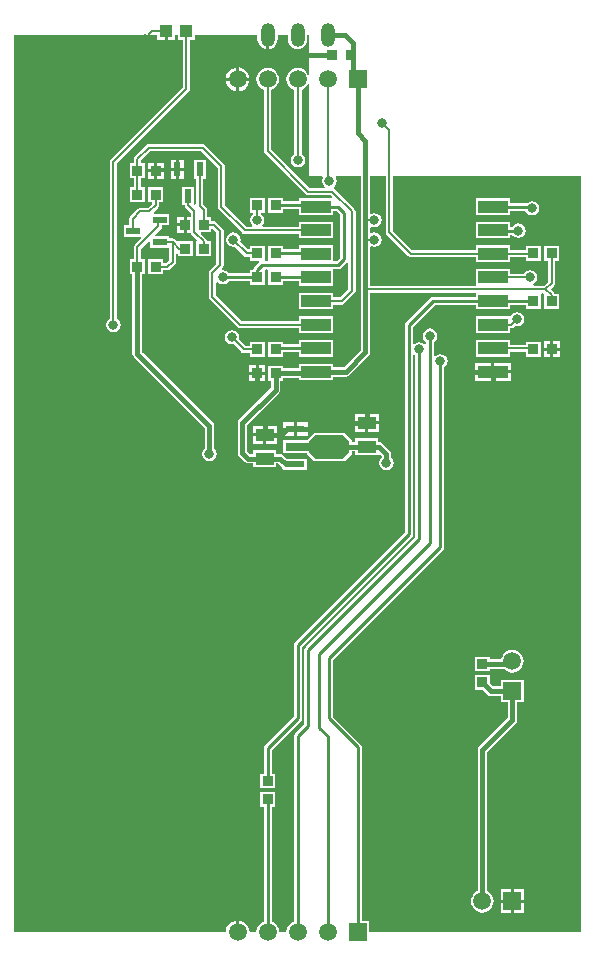
<source format=gtl>
G04 Layer_Physical_Order=1*
G04 Layer_Color=11767835*
%FSAX44Y44*%
%MOMM*%
G71*
G01*
G75*
%ADD10R,0.8500X0.8500*%
%ADD11R,1.1500X0.6000*%
%ADD12R,0.6000X1.1500*%
%ADD13R,2.5000X1.0000*%
%ADD14R,0.8500X0.8500*%
%ADD15R,1.0000X1.0000*%
%ADD16R,1.5240X1.0160*%
G04:AMPARAMS|DCode=17|XSize=2mm|YSize=3.4mm|CornerRadius=0mm|HoleSize=0mm|Usage=FLASHONLY|Rotation=90.000|XOffset=0mm|YOffset=0mm|HoleType=Round|Shape=Octagon|*
%AMOCTAGOND17*
4,1,8,-1.7000,-0.5000,-1.7000,0.5000,-1.2000,1.0000,1.2000,1.0000,1.7000,0.5000,1.7000,-0.5000,1.2000,-1.0000,-1.2000,-1.0000,-1.7000,-0.5000,0.0*
%
%ADD17OCTAGOND17*%

%ADD18R,1.6000X0.6000*%
%ADD19R,2.0000X0.7000*%
%ADD20C,0.2032*%
%ADD21C,0.3810*%
%ADD22C,0.2540*%
%ADD23C,1.5000*%
%ADD24R,1.5000X1.5000*%
%ADD25R,1.5000X1.5000*%
%ADD26O,1.2000X2.0000*%
%ADD27C,0.8000*%
G36*
X00490000Y00050000D02*
X00310332D01*
Y00059532D01*
X00304167D01*
Y00207200D01*
X00303910Y00208488D01*
X00303181Y00209581D01*
X00280227Y00232535D01*
Y00280546D01*
X00373221Y00373539D01*
X00373950Y00374632D01*
X00374207Y00375920D01*
Y00528395D01*
X00375189Y00529051D01*
X00376522Y00531046D01*
X00376990Y00533400D01*
X00376522Y00535754D01*
X00375189Y00537749D01*
X00373194Y00539082D01*
X00370840Y00539550D01*
X00368486Y00539082D01*
X00366587Y00537813D01*
X00365344Y00538097D01*
X00365317Y00538105D01*
Y00549985D01*
X00366299Y00550641D01*
X00367632Y00552636D01*
X00368100Y00554990D01*
X00367632Y00557344D01*
X00366299Y00559339D01*
X00364304Y00560672D01*
X00361950Y00561140D01*
X00359596Y00560672D01*
X00357601Y00559339D01*
X00356268Y00557344D01*
X00355800Y00554990D01*
X00356268Y00552636D01*
X00357601Y00550641D01*
X00358583Y00549985D01*
Y00548265D01*
X00358556Y00548257D01*
X00357313Y00547973D01*
X00355414Y00549242D01*
X00353060Y00549710D01*
X00350706Y00549242D01*
X00348807Y00547973D01*
X00347564Y00548257D01*
X00347537Y00548265D01*
Y00562486D01*
X00366045Y00580993D01*
X00400828D01*
Y00577328D01*
X00429892D01*
Y00580833D01*
X00443168D01*
Y00577918D01*
X00455732D01*
Y00590482D01*
X00456683Y00591252D01*
X00457717D01*
X00458668Y00590482D01*
X00458668D01*
Y00577918D01*
X00471232D01*
Y00590482D01*
X00467726D01*
X00467147Y00591348D01*
X00464135Y00594360D01*
X00467147Y00597373D01*
X00467821Y00598381D01*
X00468058Y00599570D01*
Y00618558D01*
X00471232D01*
Y00631122D01*
X00458668D01*
Y00618558D01*
X00461842D01*
Y00600857D01*
X00458453Y00597468D01*
X00450074D01*
X00449311Y00598645D01*
X00449323Y00598738D01*
X00451229Y00600011D01*
X00452562Y00602006D01*
X00453030Y00604360D01*
X00452562Y00606714D01*
X00451229Y00608709D01*
X00449234Y00610042D01*
X00446880Y00610510D01*
X00444526Y00610042D01*
X00442531Y00608709D01*
X00441702Y00607468D01*
X00429892D01*
Y00611392D01*
X00400828D01*
Y00597468D01*
X00311354D01*
Y00630078D01*
X00312474Y00630676D01*
X00312606Y00630588D01*
X00314960Y00630120D01*
X00317314Y00630588D01*
X00319309Y00631921D01*
X00320642Y00633916D01*
X00321110Y00636270D01*
X00320642Y00638624D01*
X00319309Y00640619D01*
X00317314Y00641952D01*
X00314960Y00642420D01*
X00312606Y00641952D01*
X00312474Y00641864D01*
X00311354Y00642462D01*
Y00646588D01*
X00312474Y00647186D01*
X00312606Y00647098D01*
X00314960Y00646630D01*
X00317314Y00647098D01*
X00319309Y00648431D01*
X00320642Y00650426D01*
X00321110Y00652780D01*
X00320642Y00655134D01*
X00319309Y00657129D01*
X00317314Y00658462D01*
X00314960Y00658930D01*
X00312606Y00658462D01*
X00312474Y00658374D01*
X00311354Y00658972D01*
Y00690000D01*
X00324552D01*
Y00642620D01*
X00324789Y00641431D01*
X00325462Y00640423D01*
X00343722Y00622163D01*
X00344731Y00621489D01*
X00345920Y00621252D01*
X00400828D01*
Y00617328D01*
X00429892D01*
Y00621252D01*
X00443168D01*
Y00618558D01*
X00455732D01*
Y00631122D01*
X00443168D01*
Y00627468D01*
X00429892D01*
Y00631392D01*
X00400828D01*
Y00627468D01*
X00347207D01*
X00330768Y00643907D01*
Y00690000D01*
X00490000D01*
Y00050000D01*
D02*
G37*
G36*
X00140090Y00805260D02*
X00146360D01*
Y00810000D01*
X00148788D01*
Y00805768D01*
X00152712D01*
Y00765437D01*
X00091783Y00704508D01*
X00091109Y00703499D01*
X00090872Y00702310D01*
Y00569058D01*
X00089631Y00568229D01*
X00088298Y00566234D01*
X00087830Y00563880D01*
X00088298Y00561526D01*
X00089631Y00559531D01*
X00091626Y00558198D01*
X00093980Y00557730D01*
X00096334Y00558198D01*
X00098329Y00559531D01*
X00099662Y00561526D01*
X00100130Y00563880D01*
X00099662Y00566234D01*
X00098329Y00568229D01*
X00097088Y00569058D01*
Y00701023D01*
X00158018Y00761953D01*
X00158691Y00762961D01*
X00158928Y00764150D01*
Y00805768D01*
X00162852D01*
Y00810000D01*
X00215986D01*
Y00806000D01*
X00216280Y00803771D01*
X00217140Y00801693D01*
X00218509Y00799909D01*
X00220293Y00798540D01*
X00222371Y00797680D01*
X00223330Y00797553D01*
Y00810000D01*
X00225870D01*
Y00797553D01*
X00226829Y00797680D01*
X00228907Y00798540D01*
X00230691Y00799909D01*
X00232060Y00801693D01*
X00232920Y00803771D01*
X00233214Y00806000D01*
Y00810000D01*
X00241899D01*
Y00806000D01*
X00242175Y00803903D01*
X00242984Y00801949D01*
X00244272Y00800272D01*
X00245949Y00798984D01*
X00247903Y00798175D01*
X00250000Y00797899D01*
X00252097Y00798175D01*
X00254051Y00798984D01*
X00255728Y00800272D01*
X00257016Y00801949D01*
X00257825Y00803903D01*
X00258101Y00806000D01*
Y00810000D01*
X00260000D01*
Y00776245D01*
X00258730Y00775992D01*
X00258326Y00776967D01*
X00256798Y00778958D01*
X00254807Y00780486D01*
X00252488Y00781447D01*
X00250000Y00781774D01*
X00247512Y00781447D01*
X00245193Y00780486D01*
X00243202Y00778958D01*
X00241674Y00776967D01*
X00240713Y00774648D01*
X00240386Y00772160D01*
X00240713Y00769672D01*
X00241674Y00767353D01*
X00243202Y00765362D01*
X00245193Y00763834D01*
X00247082Y00763051D01*
Y00708758D01*
X00245841Y00707929D01*
X00244508Y00705934D01*
X00244040Y00703580D01*
X00244508Y00701226D01*
X00245841Y00699231D01*
X00247836Y00697898D01*
X00250190Y00697430D01*
X00252544Y00697898D01*
X00254539Y00699231D01*
X00255872Y00701226D01*
X00256340Y00703580D01*
X00255872Y00705934D01*
X00254539Y00707929D01*
X00253298Y00708758D01*
Y00763209D01*
X00254807Y00763834D01*
X00256798Y00765362D01*
X00258326Y00767353D01*
X00258730Y00768328D01*
X00260000Y00768075D01*
Y00690000D01*
X00270884D01*
X00271563Y00688730D01*
X00271178Y00688154D01*
X00270710Y00685800D01*
X00271178Y00683446D01*
X00272511Y00681451D01*
X00272756Y00681288D01*
X00272370Y00680018D01*
X00260367D01*
X00227708Y00712677D01*
Y00763130D01*
X00229407Y00763834D01*
X00231398Y00765362D01*
X00232926Y00767353D01*
X00233887Y00769672D01*
X00234214Y00772160D01*
X00233887Y00774648D01*
X00232926Y00776967D01*
X00231398Y00778958D01*
X00229407Y00780486D01*
X00227088Y00781447D01*
X00224600Y00781774D01*
X00222112Y00781447D01*
X00219793Y00780486D01*
X00217802Y00778958D01*
X00216274Y00776967D01*
X00215313Y00774648D01*
X00214986Y00772160D01*
X00215313Y00769672D01*
X00216274Y00767353D01*
X00217802Y00765362D01*
X00219793Y00763834D01*
X00221492Y00763130D01*
Y00711390D01*
X00221729Y00710201D01*
X00222402Y00709193D01*
X00256882Y00674713D01*
X00257891Y00674039D01*
X00259080Y00673802D01*
X00278113D01*
X00279253Y00672662D01*
X00278727Y00671392D01*
X00250828D01*
Y00668847D01*
X00237552D01*
Y00671762D01*
X00224988D01*
Y00659198D01*
X00237552D01*
Y00662113D01*
X00250828D01*
Y00657328D01*
X00279892D01*
Y00660993D01*
X00282935D01*
X00286193Y00657736D01*
Y00621155D01*
X00283085Y00618047D01*
X00279892D01*
Y00631392D01*
X00250828D01*
Y00628207D01*
X00237552D01*
Y00631122D01*
X00224988D01*
Y00618558D01*
X00223930Y00618047D01*
X00223110D01*
X00222052Y00618558D01*
X00222052Y00619317D01*
Y00631122D01*
X00209488D01*
Y00628139D01*
X00208218Y00628027D01*
X00201439Y00634806D01*
X00201730Y00636270D01*
X00201262Y00638624D01*
X00199929Y00640619D01*
X00197934Y00641952D01*
X00195580Y00642420D01*
X00193226Y00641952D01*
X00191231Y00640619D01*
X00189898Y00638624D01*
X00189430Y00636270D01*
X00189898Y00633916D01*
X00191231Y00631921D01*
X00193226Y00630588D01*
X00195580Y00630120D01*
X00197044Y00630411D01*
X00204813Y00622643D01*
X00205821Y00621969D01*
X00207010Y00621732D01*
X00209488D01*
Y00618558D01*
X00217284D01*
X00217670Y00617288D01*
X00217329Y00617061D01*
X00213389Y00613121D01*
X00212660Y00612028D01*
X00212416Y00610802D01*
X00209488D01*
Y00607887D01*
X00191695D01*
X00191039Y00608869D01*
X00189044Y00610202D01*
X00186690Y00610670D01*
X00186242Y00610581D01*
X00185616Y00611752D01*
X00186348Y00612482D01*
X00187021Y00613491D01*
X00187258Y00614680D01*
Y00643890D01*
X00187021Y00645079D01*
X00186348Y00646087D01*
X00181268Y00651168D01*
X00180259Y00651841D01*
X00179070Y00652078D01*
X00176592D01*
Y00655252D01*
X00173418D01*
Y00661540D01*
X00173181Y00662729D01*
X00172507Y00663737D01*
X00170088Y00666157D01*
Y00687998D01*
X00172012D01*
Y00703562D01*
X00161948D01*
Y00687998D01*
X00163872D01*
Y00666576D01*
X00162602Y00665941D01*
X00162512Y00666008D01*
Y00681062D01*
X00152448D01*
Y00665498D01*
X00154372D01*
Y00665480D01*
X00154609Y00664291D01*
X00155282Y00663282D01*
X00159452Y00659113D01*
Y00655760D01*
X00156080D01*
Y00648970D01*
Y00642180D01*
X00159540D01*
X00159689Y00641431D01*
X00160362Y00640423D01*
X00164680Y00636105D01*
X00164194Y00634932D01*
X00164028D01*
Y00622368D01*
X00176592D01*
Y00634932D01*
X00173405D01*
X00173181Y00636059D01*
X00172507Y00637067D01*
X00168060Y00641515D01*
X00168546Y00642688D01*
X00176592D01*
Y00645671D01*
X00177862Y00645783D01*
X00181042Y00642603D01*
Y00615967D01*
X00175602Y00610527D01*
X00174929Y00609519D01*
X00174692Y00608330D01*
Y00588010D01*
X00174929Y00586821D01*
X00175602Y00585812D01*
X00199252Y00562163D01*
X00200261Y00561489D01*
X00201450Y00561252D01*
X00250828D01*
Y00557328D01*
X00279892D01*
Y00571392D01*
X00250828D01*
Y00567468D01*
X00202737D01*
X00180908Y00589297D01*
Y00600031D01*
X00182178Y00600416D01*
X00182341Y00600171D01*
X00184336Y00598838D01*
X00186690Y00598370D01*
X00189044Y00598838D01*
X00191039Y00600171D01*
X00191695Y00601153D01*
X00209488D01*
Y00598238D01*
X00222052D01*
Y00610802D01*
X00223110Y00611313D01*
X00223930D01*
X00224988Y00610802D01*
Y00598238D01*
X00237552D01*
Y00601153D01*
X00250828D01*
Y00597328D01*
X00279892D01*
Y00611313D01*
X00284480D01*
X00285768Y00611570D01*
X00286861Y00612299D01*
X00291532Y00616971D01*
X00292802Y00616445D01*
Y00594377D01*
X00285893Y00587468D01*
X00279892D01*
Y00591392D01*
X00250828D01*
Y00577328D01*
X00279892D01*
Y00581252D01*
X00287180D01*
X00288369Y00581489D01*
X00289377Y00582163D01*
X00298107Y00590892D01*
X00298781Y00591901D01*
X00299018Y00593090D01*
Y00660400D01*
X00298781Y00661589D01*
X00298107Y00662598D01*
X00281597Y00679108D01*
X00280792Y00679645D01*
X00280615Y00680523D01*
X00280634Y00681067D01*
X00281209Y00681451D01*
X00282542Y00683446D01*
X00283010Y00685800D01*
X00282542Y00688154D01*
X00282057Y00688880D01*
X00282655Y00690000D01*
X00303326D01*
Y00636270D01*
Y00594360D01*
Y00542683D01*
X00289017Y00528374D01*
X00279892D01*
Y00531392D01*
X00250828D01*
Y00527254D01*
X00237552D01*
Y00529522D01*
X00224988D01*
Y00516958D01*
X00227256D01*
Y00511063D01*
X00200362Y00484168D01*
X00199491Y00482866D01*
X00199186Y00481330D01*
Y00455930D01*
X00199491Y00454394D01*
X00200362Y00453092D01*
X00205442Y00448012D01*
X00206744Y00447141D01*
X00208280Y00446836D01*
X00212598D01*
Y00443738D01*
X00231902D01*
Y00446836D01*
X00233287D01*
X00236952Y00443172D01*
X00237938Y00442513D01*
Y00440978D01*
X00258002D01*
Y00451042D01*
X00240435D01*
X00237788Y00453688D01*
X00236486Y00454559D01*
X00234950Y00454864D01*
X00231902D01*
Y00457962D01*
X00212598D01*
Y00454864D01*
X00209943D01*
X00207214Y00457593D01*
Y00479667D01*
X00234108Y00506562D01*
X00234979Y00507864D01*
X00235284Y00509400D01*
Y00516958D01*
X00237552D01*
Y00519226D01*
X00250828D01*
Y00517328D01*
X00279892D01*
Y00520346D01*
X00290680D01*
X00292216Y00520651D01*
X00293518Y00521522D01*
X00310178Y00538182D01*
X00311049Y00539484D01*
X00311354Y00541020D01*
Y00591252D01*
X00400828D01*
Y00587727D01*
X00364650D01*
X00363362Y00587470D01*
X00362269Y00586741D01*
X00341789Y00566261D01*
X00341060Y00565168D01*
X00340803Y00563880D01*
Y00388362D01*
X00247809Y00295368D01*
X00247080Y00294275D01*
X00246823Y00292987D01*
Y00232535D01*
X00222409Y00208121D01*
X00221680Y00207028D01*
X00221423Y00205740D01*
Y00184212D01*
X00218508D01*
Y00171648D01*
X00231072D01*
Y00184212D01*
X00228157D01*
Y00204345D01*
X00252571Y00228759D01*
X00253300Y00229852D01*
X00253557Y00231140D01*
Y00291593D01*
X00346551Y00384586D01*
X00347280Y00385679D01*
X00347537Y00386967D01*
Y00538696D01*
X00348721Y00539063D01*
X00349693Y00538338D01*
Y00384679D01*
X00256699Y00291685D01*
X00255970Y00290593D01*
X00255713Y00289305D01*
Y00226185D01*
X00247619Y00218091D01*
X00246890Y00216998D01*
X00246633Y00215710D01*
Y00058923D01*
X00245193Y00058326D01*
X00243202Y00056798D01*
X00241674Y00054807D01*
X00240713Y00052488D01*
X00240386Y00050000D01*
X00234214D01*
X00233887Y00052488D01*
X00232926Y00054807D01*
X00231398Y00056798D01*
X00229407Y00058326D01*
X00227967Y00058923D01*
Y00156148D01*
X00231072D01*
Y00168712D01*
X00218508D01*
Y00156148D01*
X00221233D01*
Y00058923D01*
X00219793Y00058326D01*
X00217802Y00056798D01*
X00216274Y00054807D01*
X00215313Y00052488D01*
X00214986Y00050000D01*
X00209327D01*
X00208982Y00052621D01*
X00207970Y00055063D01*
X00206361Y00057161D01*
X00204263Y00058770D01*
X00201821Y00059782D01*
X00200470Y00059959D01*
Y00050000D01*
X00197930D01*
Y00059959D01*
X00196579Y00059782D01*
X00194137Y00058770D01*
X00192039Y00057161D01*
X00190430Y00055063D01*
X00189418Y00052621D01*
X00189073Y00050000D01*
X00010000D01*
Y00810000D01*
X00131280D01*
Y00805260D01*
X00137550D01*
Y00812800D01*
X00140090D01*
Y00805260D01*
D02*
G37*
%LPC*%
G36*
X00307340Y00488950D02*
X00298450D01*
Y00482600D01*
X00307340D01*
Y00488950D01*
D02*
G37*
G36*
X00318770D02*
X00309880D01*
Y00482600D01*
X00318770D01*
Y00488950D01*
D02*
G37*
G36*
Y00480060D02*
X00309880D01*
Y00473710D01*
X00318770D01*
Y00480060D01*
D02*
G37*
G36*
X00246700Y00481550D02*
X00237430D01*
Y00477280D01*
X00246700D01*
Y00481550D01*
D02*
G37*
G36*
X00258510D02*
X00249240D01*
Y00477280D01*
X00258510D01*
Y00481550D01*
D02*
G37*
G36*
X00214500Y00521970D02*
X00208980D01*
Y00516450D01*
X00214500D01*
Y00521970D01*
D02*
G37*
G36*
Y00530030D02*
X00208980D01*
Y00524510D01*
X00214500D01*
Y00530030D01*
D02*
G37*
G36*
X00222560D02*
X00217040D01*
Y00524510D01*
X00222560D01*
Y00530030D01*
D02*
G37*
G36*
X00414090Y00531900D02*
X00400320D01*
Y00525630D01*
X00414090D01*
Y00531900D01*
D02*
G37*
G36*
X00222560Y00521970D02*
X00217040D01*
Y00516450D01*
X00222560D01*
Y00521970D01*
D02*
G37*
G36*
X00414090Y00523090D02*
X00400320D01*
Y00516820D01*
X00414090D01*
Y00523090D01*
D02*
G37*
G36*
X00430400D02*
X00416630D01*
Y00516820D01*
X00430400D01*
Y00523090D01*
D02*
G37*
G36*
X00307340Y00480060D02*
X00298450D01*
Y00473710D01*
X00307340D01*
Y00480060D01*
D02*
G37*
G36*
X00430530Y00086240D02*
X00421760D01*
Y00077470D01*
X00430530D01*
Y00086240D01*
D02*
G37*
G36*
X00441840D02*
X00433070D01*
Y00077470D01*
X00441840D01*
Y00086240D01*
D02*
G37*
G36*
X00431800Y00289014D02*
X00429312Y00288687D01*
X00426993Y00287726D01*
X00425002Y00286198D01*
X00423474Y00284207D01*
X00422513Y00281888D01*
X00422397Y00281004D01*
X00412682D01*
Y00283272D01*
X00400118D01*
Y00270708D01*
X00412682D01*
Y00272976D01*
X00424715D01*
X00425002Y00272602D01*
X00426993Y00271074D01*
X00429312Y00270113D01*
X00431800Y00269786D01*
X00434288Y00270113D01*
X00436607Y00271074D01*
X00438598Y00272602D01*
X00440126Y00274593D01*
X00441087Y00276912D01*
X00441414Y00279400D01*
X00441087Y00281888D01*
X00440126Y00284207D01*
X00438598Y00286198D01*
X00436607Y00287726D01*
X00434288Y00288687D01*
X00431800Y00289014D01*
D02*
G37*
G36*
X00430530Y00074930D02*
X00421760D01*
Y00066160D01*
X00430530D01*
Y00074930D01*
D02*
G37*
G36*
X00441840D02*
X00433070D01*
Y00066160D01*
X00441840D01*
Y00074930D01*
D02*
G37*
G36*
X00412682Y00267772D02*
X00400118D01*
Y00255208D01*
X00407005D01*
X00411052Y00251162D01*
X00412354Y00250291D01*
X00413890Y00249986D01*
X00422268D01*
Y00244468D01*
X00427786D01*
Y00231533D01*
X00403562Y00207308D01*
X00402691Y00206006D01*
X00402386Y00204470D01*
Y00084855D01*
X00401593Y00084526D01*
X00399602Y00082998D01*
X00398074Y00081007D01*
X00397113Y00078688D01*
X00396786Y00076200D01*
X00397113Y00073712D01*
X00398074Y00071393D01*
X00399602Y00069402D01*
X00401593Y00067874D01*
X00403912Y00066913D01*
X00406400Y00066586D01*
X00408888Y00066913D01*
X00411207Y00067874D01*
X00413198Y00069402D01*
X00414726Y00071393D01*
X00415687Y00073712D01*
X00416014Y00076200D01*
X00415687Y00078688D01*
X00414726Y00081007D01*
X00413198Y00082998D01*
X00411207Y00084526D01*
X00410414Y00084855D01*
Y00202807D01*
X00434638Y00227032D01*
X00435509Y00228334D01*
X00435814Y00229870D01*
Y00244468D01*
X00441332D01*
Y00263532D01*
X00422268D01*
Y00258014D01*
X00415553D01*
X00412682Y00260885D01*
Y00267772D01*
D02*
G37*
G36*
X00289986Y00473042D02*
X00263954D01*
X00257938Y00467026D01*
Y00466542D01*
X00237938D01*
Y00455478D01*
X00257938D01*
Y00454994D01*
X00263954Y00448978D01*
X00289986D01*
X00296002Y00454994D01*
Y00456996D01*
X00298958D01*
Y00453898D01*
X00318262D01*
Y00454182D01*
X00319435Y00454668D01*
X00321106Y00452997D01*
Y00451613D01*
X00320771Y00451389D01*
X00319438Y00449394D01*
X00318970Y00447040D01*
X00319438Y00444686D01*
X00320771Y00442691D01*
X00322766Y00441358D01*
X00325120Y00440890D01*
X00327474Y00441358D01*
X00329469Y00442691D01*
X00330802Y00444686D01*
X00331270Y00447040D01*
X00330802Y00449394D01*
X00329469Y00451389D01*
X00329134Y00451613D01*
Y00454660D01*
X00328829Y00456196D01*
X00327958Y00457498D01*
X00321608Y00463848D01*
X00320306Y00464719D01*
X00318770Y00465024D01*
X00318262D01*
Y00468122D01*
X00298958D01*
Y00465024D01*
X00296002D01*
Y00467026D01*
X00289986Y00473042D01*
D02*
G37*
G36*
X00258510Y00474740D02*
X00249240D01*
Y00470470D01*
X00258510D01*
Y00474740D01*
D02*
G37*
G36*
X00220980Y00478790D02*
X00212090D01*
Y00472440D01*
X00220980D01*
Y00478790D01*
D02*
G37*
G36*
X00232410D02*
X00223520D01*
Y00472440D01*
X00232410D01*
Y00478790D01*
D02*
G37*
G36*
X00220980Y00469900D02*
X00212090D01*
Y00463550D01*
X00220980D01*
Y00469900D01*
D02*
G37*
G36*
X00232410D02*
X00223520D01*
Y00463550D01*
X00232410D01*
Y00469900D01*
D02*
G37*
G36*
X00246700Y00474740D02*
X00237430D01*
Y00470470D01*
X00246700D01*
Y00474740D01*
D02*
G37*
G36*
X00430400Y00531900D02*
X00416630D01*
Y00525630D01*
X00430400D01*
Y00531900D01*
D02*
G37*
G36*
X00128400Y00693420D02*
X00122880D01*
Y00687900D01*
X00128400D01*
Y00693420D01*
D02*
G37*
G36*
X00136460D02*
X00130940D01*
Y00687900D01*
X00136460D01*
Y00693420D01*
D02*
G37*
G36*
X00128400Y00701480D02*
X00122880D01*
Y00695960D01*
X00128400D01*
Y00701480D01*
D02*
G37*
G36*
X00429892Y00671392D02*
X00400828D01*
Y00657328D01*
X00429892D01*
Y00660993D01*
X00442547D01*
X00442628Y00660586D01*
X00443961Y00658591D01*
X00445956Y00657258D01*
X00448310Y00656790D01*
X00450664Y00657258D01*
X00452659Y00658591D01*
X00453992Y00660586D01*
X00454460Y00662940D01*
X00453992Y00665294D01*
X00452659Y00667289D01*
X00450664Y00668622D01*
X00448310Y00669090D01*
X00445956Y00668622D01*
X00444617Y00667727D01*
X00429892D01*
Y00671392D01*
D02*
G37*
G36*
X00146710Y00694510D02*
X00142440D01*
Y00687490D01*
X00146710D01*
Y00694510D01*
D02*
G37*
G36*
X00153520D02*
X00149250D01*
Y00687490D01*
X00153520D01*
Y00694510D01*
D02*
G37*
G36*
X00136460Y00701480D02*
X00130940D01*
Y00695960D01*
X00136460D01*
Y00701480D01*
D02*
G37*
G36*
X00209159Y00770890D02*
X00200470D01*
Y00762201D01*
X00201821Y00762378D01*
X00204263Y00763390D01*
X00206361Y00764999D01*
X00207970Y00767097D01*
X00208982Y00769539D01*
X00209159Y00770890D01*
D02*
G37*
G36*
X00197930Y00782119D02*
X00196579Y00781942D01*
X00194137Y00780930D01*
X00192039Y00779321D01*
X00190430Y00777223D01*
X00189418Y00774781D01*
X00189241Y00773430D01*
X00197930D01*
Y00782119D01*
D02*
G37*
G36*
X00200470D02*
Y00773430D01*
X00209159D01*
X00208982Y00774781D01*
X00207970Y00777223D01*
X00206361Y00779321D01*
X00204263Y00780930D01*
X00201821Y00781942D01*
X00200470Y00782119D01*
D02*
G37*
G36*
X00146710Y00704070D02*
X00142440D01*
Y00697050D01*
X00146710D01*
Y00704070D01*
D02*
G37*
G36*
X00153520D02*
X00149250D01*
Y00697050D01*
X00153520D01*
Y00704070D01*
D02*
G37*
G36*
X00197930Y00770890D02*
X00189241D01*
X00189418Y00769539D01*
X00190430Y00767097D01*
X00192039Y00764999D01*
X00194137Y00763390D01*
X00196579Y00762378D01*
X00197930Y00762201D01*
Y00770890D01*
D02*
G37*
G36*
X00429892Y00551392D02*
X00400828D01*
Y00537328D01*
X00429892D01*
Y00541252D01*
X00443168D01*
Y00537278D01*
X00455732D01*
Y00549842D01*
X00443168D01*
Y00547468D01*
X00429892D01*
Y00551392D01*
D02*
G37*
G36*
X00463680Y00550350D02*
X00458160D01*
Y00544830D01*
X00463680D01*
Y00550350D01*
D02*
G37*
G36*
X00471740D02*
X00466220D01*
Y00544830D01*
X00471740D01*
Y00550350D01*
D02*
G37*
G36*
X00463680Y00542290D02*
X00458160D01*
Y00536770D01*
X00463680D01*
Y00542290D01*
D02*
G37*
G36*
X00471740D02*
X00466220D01*
Y00536770D01*
X00471740D01*
Y00542290D01*
D02*
G37*
G36*
X00194310Y00559870D02*
X00191956Y00559402D01*
X00189961Y00558069D01*
X00188628Y00556074D01*
X00188160Y00553720D01*
X00188628Y00551366D01*
X00189961Y00549371D01*
X00191956Y00548038D01*
X00194310Y00547570D01*
X00195774Y00547861D01*
X00202272Y00541362D01*
X00203281Y00540689D01*
X00204470Y00540452D01*
X00209488D01*
Y00537278D01*
X00222052D01*
Y00549842D01*
X00209488D01*
Y00546668D01*
X00205757D01*
X00200169Y00552256D01*
X00200460Y00553720D01*
X00199992Y00556074D01*
X00198659Y00558069D01*
X00196664Y00559402D01*
X00194310Y00559870D01*
D02*
G37*
G36*
X00279892Y00551392D02*
X00250828D01*
Y00547727D01*
X00237552D01*
Y00549842D01*
X00224988D01*
Y00537278D01*
X00237552D01*
Y00540993D01*
X00250828D01*
Y00537328D01*
X00279892D01*
Y00551392D01*
D02*
G37*
G36*
X00429892Y00651392D02*
X00400828D01*
Y00637328D01*
X00429892D01*
Y00640523D01*
X00431875D01*
X00432531Y00639541D01*
X00434526Y00638208D01*
X00436880Y00637740D01*
X00439234Y00638208D01*
X00441229Y00639541D01*
X00442562Y00641536D01*
X00443030Y00643890D01*
X00442562Y00646244D01*
X00441229Y00648239D01*
X00439234Y00649572D01*
X00436880Y00650040D01*
X00434526Y00649572D01*
X00432531Y00648239D01*
X00431875Y00647257D01*
X00429892D01*
Y00651392D01*
D02*
G37*
G36*
X00153540Y00647700D02*
X00148020D01*
Y00642180D01*
X00153540D01*
Y00647700D01*
D02*
G37*
G36*
Y00655760D02*
X00148020D01*
Y00650240D01*
X00153540D01*
Y00655760D01*
D02*
G37*
G36*
X00435610Y00575110D02*
X00433256Y00574642D01*
X00431261Y00573309D01*
X00430626Y00572358D01*
X00429892Y00571392D01*
X00400828D01*
Y00557328D01*
X00429892D01*
Y00561252D01*
X00431010D01*
X00432199Y00561489D01*
X00433208Y00562163D01*
X00434146Y00563101D01*
X00435610Y00562810D01*
X00437964Y00563278D01*
X00439959Y00564611D01*
X00441292Y00566606D01*
X00441760Y00568960D01*
X00441292Y00571314D01*
X00439959Y00573309D01*
X00437964Y00574642D01*
X00435610Y00575110D01*
D02*
G37*
G36*
X00135952Y00680652D02*
X00123388D01*
Y00668088D01*
X00126371D01*
X00126483Y00666818D01*
X00123173Y00663508D01*
X00116840D01*
X00115651Y00663271D01*
X00114642Y00662598D01*
X00108472Y00656428D01*
X00107799Y00655419D01*
X00107562Y00654230D01*
Y00648922D01*
X00102888D01*
Y00638858D01*
X00117047D01*
X00117573Y00637588D01*
X00111973Y00631987D01*
X00111299Y00630979D01*
X00111062Y00629790D01*
Y00619692D01*
X00107888D01*
Y00607128D01*
X00110156D01*
Y00539880D01*
X00110461Y00538344D01*
X00111332Y00537042D01*
X00171246Y00477127D01*
Y00459232D01*
X00170911Y00459009D01*
X00169578Y00457014D01*
X00169110Y00454660D01*
X00169578Y00452306D01*
X00170911Y00450311D01*
X00172906Y00448978D01*
X00175260Y00448510D01*
X00177614Y00448978D01*
X00179609Y00450311D01*
X00180942Y00452306D01*
X00181410Y00454660D01*
X00180942Y00457014D01*
X00179609Y00459009D01*
X00179274Y00459232D01*
Y00478790D01*
X00178969Y00480326D01*
X00178098Y00481628D01*
X00118184Y00541543D01*
Y00607128D01*
X00120452D01*
Y00619692D01*
X00117278D01*
Y00628503D01*
X00124215Y00635440D01*
X00125388Y00634954D01*
Y00629358D01*
X00140952D01*
X00141012Y00628113D01*
Y00619117D01*
X00138413Y00616518D01*
X00135952D01*
Y00619692D01*
X00123388D01*
Y00607128D01*
X00135952D01*
Y00610302D01*
X00139700D01*
X00140889Y00610539D01*
X00141897Y00611213D01*
X00146318Y00615633D01*
X00146991Y00616641D01*
X00147228Y00617830D01*
Y00623769D01*
X00148498Y00624489D01*
X00148528Y00624471D01*
Y00622368D01*
X00161092D01*
Y00634932D01*
X00148528D01*
X00148528Y00634932D01*
Y00634932D01*
X00147464Y00635441D01*
X00146318Y00636587D01*
X00145309Y00637261D01*
X00144120Y00637498D01*
X00140952D01*
Y00639422D01*
X00129856D01*
X00129370Y00640595D01*
X00134277Y00645502D01*
X00134951Y00646511D01*
X00135188Y00647700D01*
Y00648358D01*
X00140952D01*
Y00658422D01*
X00128536D01*
X00128050Y00659595D01*
X00131868Y00663412D01*
X00132541Y00664421D01*
X00132778Y00665610D01*
Y00668088D01*
X00135952D01*
Y00680652D01*
D02*
G37*
G36*
X00169612Y00717416D02*
X00123758D01*
X00122569Y00717179D01*
X00121560Y00716506D01*
X00111973Y00706917D01*
X00111299Y00705909D01*
X00111062Y00704720D01*
Y00700972D01*
X00107888D01*
Y00688408D01*
X00111062D01*
Y00680652D01*
X00107888D01*
Y00668088D01*
X00120452D01*
Y00680652D01*
X00117278D01*
Y00688408D01*
X00120452D01*
Y00700972D01*
X00117278D01*
Y00703433D01*
X00125045Y00711200D01*
X00168325D01*
X00182312Y00697213D01*
Y00664210D01*
X00182549Y00663021D01*
X00183223Y00662012D01*
X00203072Y00642162D01*
X00204081Y00641489D01*
X00205270Y00641252D01*
X00250828D01*
Y00637328D01*
X00279892D01*
Y00651392D01*
X00250828D01*
Y00647468D01*
X00220594D01*
X00220237Y00648738D01*
X00221452Y00650556D01*
X00221920Y00652910D01*
X00221452Y00655264D01*
X00220119Y00657259D01*
X00219117Y00657928D01*
X00219312Y00659198D01*
X00222052D01*
Y00671762D01*
X00209488D01*
Y00659198D01*
X00212228D01*
X00212423Y00657928D01*
X00211421Y00657259D01*
X00210088Y00655264D01*
X00209620Y00652910D01*
X00210088Y00650556D01*
X00211303Y00648738D01*
X00210946Y00647468D01*
X00206557D01*
X00188528Y00665497D01*
Y00698500D01*
X00188291Y00699689D01*
X00187617Y00700697D01*
X00171810Y00716506D01*
X00170801Y00717179D01*
X00169612Y00717416D01*
D02*
G37*
%LPD*%
D10*
X00114170Y00613410D02*
D03*
X00129670D02*
D03*
X00154810Y00628650D02*
D03*
X00170310D02*
D03*
X00129670Y00674370D02*
D03*
X00114170D02*
D03*
Y00694690D02*
D03*
X00129670D02*
D03*
X00170310Y00648970D02*
D03*
X00154810D02*
D03*
X00215770Y00665480D02*
D03*
X00231270D02*
D03*
Y00624840D02*
D03*
X00215770D02*
D03*
X00231270Y00604520D02*
D03*
X00215770D02*
D03*
X00464950Y00584200D02*
D03*
X00449450D02*
D03*
Y00543560D02*
D03*
X00464950D02*
D03*
X00231270Y00523240D02*
D03*
X00215770D02*
D03*
X00231270Y00543560D02*
D03*
X00215770D02*
D03*
X00464950Y00624840D02*
D03*
X00449450D02*
D03*
X00294770Y00792480D02*
D03*
X00279270D02*
D03*
D11*
X00133170Y00634390D02*
D03*
Y00653390D02*
D03*
X00110670Y00643890D02*
D03*
D12*
X00166980Y00695780D02*
D03*
X00147980D02*
D03*
X00157480Y00673280D02*
D03*
D13*
X00415360Y00524360D02*
D03*
Y00544360D02*
D03*
Y00564360D02*
D03*
Y00584360D02*
D03*
Y00644360D02*
D03*
Y00624360D02*
D03*
Y00604360D02*
D03*
Y00664360D02*
D03*
X00265360D02*
D03*
Y00604360D02*
D03*
Y00624360D02*
D03*
Y00644360D02*
D03*
Y00584360D02*
D03*
Y00564360D02*
D03*
Y00544360D02*
D03*
Y00524360D02*
D03*
D14*
X00224790Y00162430D02*
D03*
Y00177930D02*
D03*
X00406400Y00276990D02*
D03*
Y00261490D02*
D03*
D15*
X00155820Y00812800D02*
D03*
X00138820D02*
D03*
D16*
X00222250Y00471170D02*
D03*
Y00450850D02*
D03*
X00308610Y00481330D02*
D03*
Y00461010D02*
D03*
D17*
X00276970D02*
D03*
D18*
X00247970Y00446010D02*
D03*
Y00476010D02*
D03*
D19*
X00249970Y00461010D02*
D03*
D20*
X00307340Y00652780D02*
X00314960D01*
X00215770Y00652910D02*
Y00665480D01*
X00307340Y00636270D02*
X00314960D01*
X00195580D02*
X00207010Y00624840D01*
X00215770D01*
X00155820Y00764150D02*
Y00812800D01*
X00093980Y00702310D02*
X00155820Y00764150D01*
X00093980Y00563880D02*
Y00702310D01*
X00194310Y00553720D02*
X00204470Y00543560D01*
X00215770D01*
X00170310Y00648970D02*
X00179070D01*
X00184150Y00643890D01*
Y00614680D02*
Y00643890D01*
X00177800Y00608330D02*
X00184150Y00614680D01*
X00177800Y00588010D02*
Y00608330D01*
Y00588010D02*
X00201450Y00564360D01*
X00265360D01*
X00321310Y00735330D02*
X00327660Y00728980D01*
Y00642620D02*
Y00728980D01*
Y00642620D02*
X00345920Y00624360D01*
X00415360D01*
X00265360Y00584360D02*
X00287180D01*
X00295910Y00593090D01*
Y00660400D01*
X00279400Y00676910D02*
X00295910Y00660400D01*
X00259080Y00676910D02*
X00279400D01*
X00224600Y00711390D02*
X00259080Y00676910D01*
X00224600Y00711390D02*
Y00772160D01*
X00250000D02*
X00250190Y00771970D01*
Y00703580D02*
Y00771970D01*
X00431010Y00564360D02*
X00435610Y00568960D01*
X00415360Y00564360D02*
X00431010D01*
X00275400Y00687260D02*
Y00772160D01*
Y00687260D02*
X00276860Y00685800D01*
X00415360Y00604360D02*
X00446880D01*
X00448970Y00624360D02*
X00449450Y00624840D01*
X00415360Y00624360D02*
X00448970D01*
X00459740Y00594360D02*
X00464950Y00599570D01*
Y00624840D01*
X00307340Y00594360D02*
X00459740D01*
X00464950Y00589150D01*
Y00584200D02*
Y00589150D01*
X00415360Y00524360D02*
X00458320D01*
X00464950Y00530990D01*
Y00543560D01*
X00415360Y00544360D02*
X00448650D01*
X00120650Y00806450D02*
X00127000Y00812800D01*
X00138820D01*
X00129670Y00694690D02*
Y00707260D01*
X00169612Y00714308D02*
X00185420Y00698500D01*
X00114170Y00704720D02*
X00123758Y00714308D01*
X00169612D01*
X00114170Y00694690D02*
Y00704720D01*
X00185420Y00664210D02*
Y00698500D01*
Y00664210D02*
X00205270Y00644360D01*
X00265360D01*
X00147980Y00663550D02*
Y00695780D01*
Y00663550D02*
X00154810Y00656720D01*
Y00648970D02*
Y00656720D01*
X00170310Y00628650D02*
Y00634870D01*
X00162560Y00642620D02*
X00170310Y00634870D01*
X00162560Y00642620D02*
Y00660400D01*
X00157480Y00665480D02*
X00162560Y00660400D01*
X00157480Y00665480D02*
Y00673280D01*
X00170310Y00648970D02*
Y00661540D01*
X00166980Y00664870D02*
X00170310Y00661540D01*
X00166980Y00664870D02*
Y00695780D01*
X00144120Y00617830D02*
Y00634390D01*
X00139700Y00613410D02*
X00144120Y00617830D01*
X00129670Y00613410D02*
X00139700D01*
X00149860Y00628650D02*
X00154810D01*
X00144120Y00634390D02*
X00149860Y00628650D01*
X00133170Y00634390D02*
X00144120D01*
X00114170Y00674370D02*
Y00694690D01*
X00129670D02*
X00130760Y00695780D01*
X00147980D01*
X00110670Y00643890D02*
Y00654230D01*
X00116840Y00660400D01*
X00124460D01*
X00129670Y00665610D01*
Y00674370D01*
X00132080Y00652300D02*
X00133170Y00653390D01*
X00132080Y00647700D02*
Y00652300D01*
X00114170Y00629790D02*
X00132080Y00647700D01*
X00114170Y00613410D02*
Y00629790D01*
D21*
X00256540Y00789940D02*
X00259080Y00792480D01*
X00279270D01*
X00307340Y00636270D02*
Y00720090D01*
Y00594360D02*
Y00636270D01*
Y00541020D02*
Y00594360D01*
X00393850Y00524360D02*
X00415360D01*
Y00510610D02*
Y00524360D01*
X00275400Y00810000D02*
X00289820D01*
X00297050Y00802770D01*
Y00775910D02*
Y00802770D01*
Y00775910D02*
X00300800Y00772160D01*
Y00726630D02*
Y00772160D01*
Y00726630D02*
X00307340Y00720090D01*
X00290680Y00524360D02*
X00307340Y00541020D01*
X00265360Y00524360D02*
X00290680D01*
X00231270Y00509400D02*
Y00523240D01*
X00203200Y00481330D02*
X00231270Y00509400D01*
X00203200Y00455930D02*
Y00481330D01*
Y00455930D02*
X00208280Y00450850D01*
X00222250D01*
X00215770Y00511940D02*
Y00523240D01*
X00308610Y00481330D02*
Y00492760D01*
X00222250Y00471170D02*
Y00482600D01*
X00308610Y00461010D02*
X00318770D01*
X00325120Y00454660D01*
Y00447040D02*
Y00454660D01*
X00239790Y00446010D02*
X00250970D01*
X00234950Y00450850D02*
X00239790Y00446010D01*
X00222250Y00450850D02*
X00234950D01*
X00241300Y00476250D02*
X00271780D01*
X00222250Y00471170D02*
X00236220D01*
X00241300Y00476250D01*
X00271780D02*
X00276860Y00481330D01*
X00308610D01*
X00275970Y00461010D02*
X00308610D01*
X00429390Y00276990D02*
X00431800Y00279400D01*
X00406400Y00276990D02*
X00429390D01*
X00413890Y00254000D02*
X00431800D01*
X00406400Y00261490D02*
X00413890Y00254000D01*
X00431800Y00229870D02*
Y00254000D01*
X00406400Y00204470D02*
X00431800Y00229870D01*
X00406400Y00076200D02*
Y00204470D01*
X00175260Y00454660D02*
Y00478790D01*
X00114170Y00539880D02*
X00175260Y00478790D01*
X00114170Y00539880D02*
Y00613410D01*
X00231270Y00523240D02*
X00264240D01*
D22*
X00415360Y00584360D02*
X00415520Y00584200D01*
X00449450D01*
X00215770Y00604520D02*
Y00610740D01*
X00219710Y00614680D01*
X00284480D01*
X00289560Y00619760D01*
Y00659130D01*
X00284330Y00664360D02*
X00289560Y00659130D01*
X00265360Y00664360D02*
X00284330D01*
X00186690Y00604520D02*
X00215770D01*
X00415360Y00664360D02*
X00446890D01*
X00448310Y00662940D01*
X00361950Y00379602D02*
Y00554990D01*
X00415360Y00644360D02*
X00415830Y00643890D01*
X00436880D01*
X00353060Y00383285D02*
Y00543560D01*
X00364650Y00584360D02*
X00415360D01*
X00344170Y00563880D02*
X00364650Y00584360D01*
X00344170Y00386967D02*
Y00563880D01*
X00370840Y00375920D02*
Y00533400D01*
X00276860Y00281940D02*
X00370840Y00375920D01*
X00267970Y00285622D02*
X00361950Y00379602D01*
X00259080Y00289305D02*
X00353060Y00383285D01*
X00250190Y00292987D02*
X00344170Y00386967D01*
X00250190Y00231140D02*
Y00292987D01*
X00259080Y00224790D02*
Y00289305D01*
X00267970Y00223140D02*
Y00285622D01*
X00276860Y00231140D02*
Y00281940D01*
X00300800Y00050000D02*
Y00207200D01*
X00276860Y00231140D02*
X00300800Y00207200D01*
X00224790Y00205740D02*
X00250190Y00231140D01*
X00224790Y00177930D02*
Y00205740D01*
X00250000Y00215710D02*
X00259080Y00224790D01*
X00250000Y00050000D02*
Y00215710D01*
X00267970Y00223140D02*
X00275400Y00215710D01*
Y00050000D02*
Y00215710D01*
X00224600Y00160970D02*
X00226060Y00162430D01*
X00224600Y00050000D02*
Y00160970D01*
X00232070Y00544360D02*
X00265360D01*
X00265210Y00524510D02*
X00265360Y00524360D01*
X00231270Y00604520D02*
X00265200D01*
X00231270Y00624840D02*
X00264880D01*
X00231270Y00665480D02*
X00264240D01*
D23*
X00199200Y00772160D02*
D03*
X00224600D02*
D03*
X00250000D02*
D03*
X00275400D02*
D03*
X00199200Y00050000D02*
D03*
X00224600D02*
D03*
X00250000D02*
D03*
X00275400D02*
D03*
X00431800Y00279400D02*
D03*
X00406400Y00076200D02*
D03*
D24*
X00300800Y00772160D02*
D03*
Y00050000D02*
D03*
X00431800Y00076200D02*
D03*
D25*
Y00254000D02*
D03*
D26*
X00224600Y00810000D02*
D03*
X00250000D02*
D03*
X00275400D02*
D03*
D27*
X00215770Y00652910D02*
D03*
X00314960Y00652780D02*
D03*
X00400000Y00450000D02*
D03*
X00450000Y00150000D02*
D03*
Y00200000D02*
D03*
Y00350000D02*
D03*
Y00400000D02*
D03*
Y00450000D02*
D03*
X00100000Y00750000D02*
D03*
X00050000D02*
D03*
Y00700000D02*
D03*
Y00650000D02*
D03*
Y00600000D02*
D03*
Y00550000D02*
D03*
X00100000Y00500000D02*
D03*
X00050000D02*
D03*
Y00450000D02*
D03*
X00100000D02*
D03*
X00150000D02*
D03*
X00250000Y00400000D02*
D03*
X00200000D02*
D03*
X00150000D02*
D03*
X00100000D02*
D03*
X00050000D02*
D03*
Y00350000D02*
D03*
X00100000D02*
D03*
X00150000D02*
D03*
X00200000D02*
D03*
X00250000D02*
D03*
X00200000Y00300000D02*
D03*
X00150000D02*
D03*
X00100000D02*
D03*
X00050000D02*
D03*
Y00250000D02*
D03*
X00100000D02*
D03*
X00150000D02*
D03*
X00200000D02*
D03*
X00150000Y00200000D02*
D03*
X00100000D02*
D03*
X00050000D02*
D03*
Y00150000D02*
D03*
X00100000D02*
D03*
X00150000D02*
D03*
Y00100000D02*
D03*
X00100000D02*
D03*
X00050000D02*
D03*
X00314960Y00636270D02*
D03*
X00195580D02*
D03*
X00093980Y00563880D02*
D03*
X00194310Y00553720D02*
D03*
X00321310Y00735330D02*
D03*
X00250190Y00703580D02*
D03*
X00435610Y00568960D02*
D03*
X00276860Y00685800D02*
D03*
X00446880Y00604360D02*
D03*
X00393850Y00524360D02*
D03*
X00415360Y00510610D02*
D03*
X00120650Y00806450D02*
D03*
X00129670Y00707260D02*
D03*
X00215770Y00511940D02*
D03*
X00308610Y00492760D02*
D03*
X00222250Y00482600D02*
D03*
X00186690Y00604520D02*
D03*
X00370840Y00533400D02*
D03*
X00448310Y00662940D02*
D03*
X00361950Y00554990D02*
D03*
X00436880Y00643890D02*
D03*
X00353060Y00543560D02*
D03*
X00325120Y00447040D02*
D03*
X00175260Y00454660D02*
D03*
M02*

</source>
